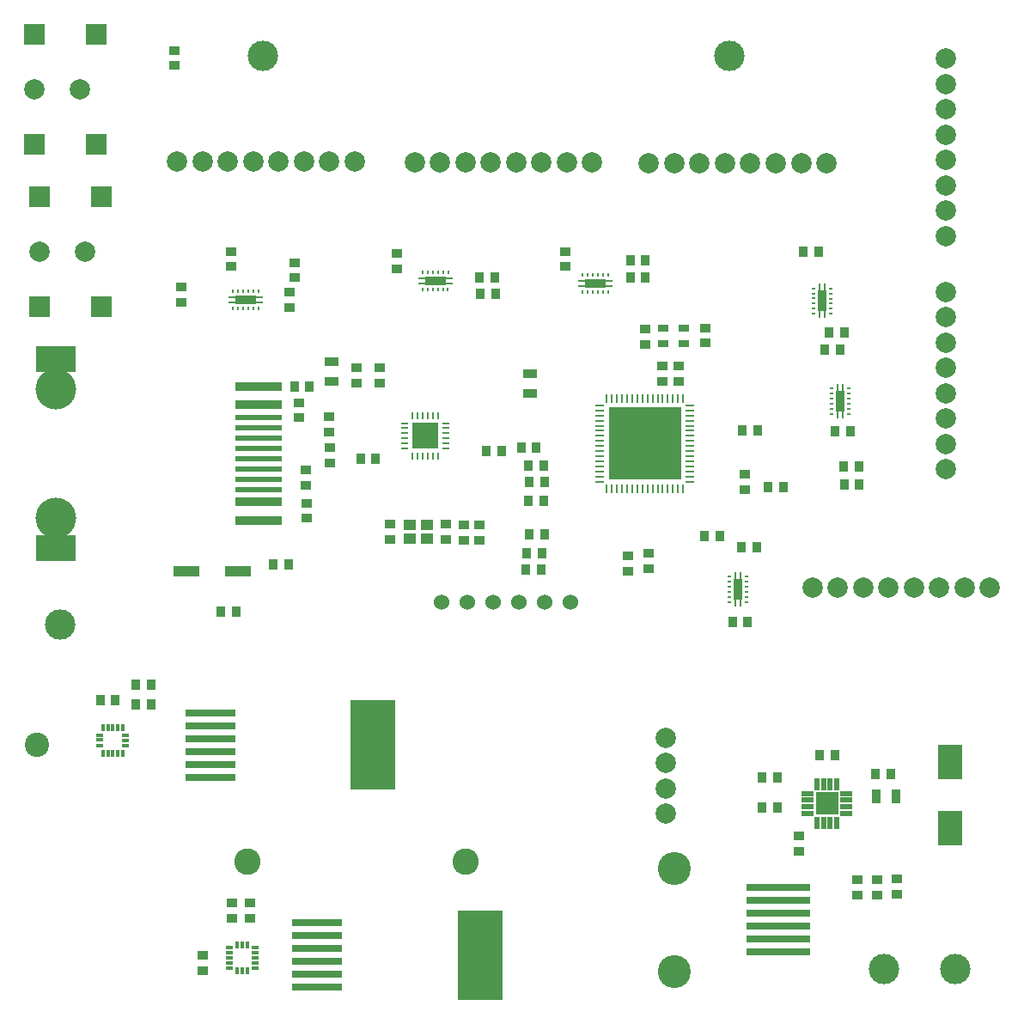
<source format=gts>
G04 (created by PCBNEW (2013-08-24 BZR 4298)-stable) date Sat 23 Aug 2014 11:13:58 AM PDT*
%MOIN*%
G04 Gerber Fmt 3.4, Leading zero omitted, Abs format*
%FSLAX34Y34*%
G01*
G70*
G90*
G04 APERTURE LIST*
%ADD10C,0.005906*%
%ADD11R,0.009843X0.033465*%
%ADD12R,0.033465X0.009843*%
%ADD13R,0.281496X0.281496*%
%ADD14C,0.078700*%
%ADD15R,0.078700X0.078700*%
%ADD16R,0.035400X0.039400*%
%ADD17R,0.039400X0.035400*%
%ADD18R,0.098400X0.098400*%
%ADD19O,0.009800X0.031500*%
%ADD20O,0.031500X0.009800*%
%ADD21R,0.039370X0.031496*%
%ADD22R,0.055000X0.035000*%
%ADD23C,0.118110*%
%ADD24C,0.078740*%
%ADD25R,0.100000X0.039000*%
%ADD26C,0.060000*%
%ADD27R,0.009843X0.011811*%
%ADD28R,0.009800X0.011811*%
%ADD29R,0.009800X0.011826*%
%ADD30C,0.011811*%
%ADD31R,0.078740X0.035433*%
%ADD32R,0.027600X0.009800*%
%ADD33R,0.011811X0.009843*%
%ADD34R,0.011811X0.009800*%
%ADD35R,0.011826X0.009800*%
%ADD36R,0.035433X0.078740*%
%ADD37R,0.009800X0.027600*%
%ADD38R,0.181102X0.031890*%
%ADD39R,0.181102X0.024016*%
%ADD40C,0.157480*%
%ADD41R,0.153543X0.098425*%
%ADD42R,0.047244X0.043307*%
%ADD43R,0.196850X0.029921*%
%ADD44R,0.177165X0.346457*%
%ADD45C,0.094488*%
%ADD46R,0.011811X0.031496*%
%ADD47R,0.031496X0.011811*%
%ADD48R,0.094500X0.137800*%
%ADD49R,0.035000X0.055000*%
%ADD50R,0.250000X0.029921*%
%ADD51C,0.127953*%
%ADD52R,0.090551X0.090551*%
%ADD53R,0.021654X0.047244*%
%ADD54R,0.047244X0.021654*%
%ADD55C,0.102362*%
G04 APERTURE END LIST*
G54D10*
G54D11*
X59807Y-37259D03*
X60003Y-37259D03*
X58625Y-37259D03*
X58822Y-37259D03*
X59216Y-37259D03*
X59019Y-37259D03*
X59610Y-37259D03*
X59413Y-37259D03*
X57838Y-37259D03*
X58035Y-37259D03*
X58429Y-37259D03*
X58232Y-37259D03*
X57444Y-37259D03*
X57641Y-37259D03*
X57248Y-37259D03*
X57051Y-37259D03*
G54D12*
X56775Y-36984D03*
X56775Y-36787D03*
X56775Y-36393D03*
X56775Y-36590D03*
X56775Y-35803D03*
X56775Y-35606D03*
X56775Y-36000D03*
X56775Y-36196D03*
X56775Y-34622D03*
X56775Y-34425D03*
X56775Y-35015D03*
X56775Y-34818D03*
X56775Y-35212D03*
X56775Y-35409D03*
X56775Y-34031D03*
X56775Y-34228D03*
G54D11*
X57051Y-33755D03*
X57248Y-33755D03*
X57641Y-33755D03*
X57444Y-33755D03*
X58232Y-33755D03*
X58429Y-33755D03*
X58035Y-33755D03*
X57838Y-33755D03*
X59413Y-33755D03*
X59610Y-33755D03*
X59019Y-33755D03*
X59216Y-33755D03*
X58822Y-33755D03*
X58625Y-33755D03*
X60003Y-33755D03*
X59807Y-33755D03*
G54D12*
X60279Y-34228D03*
X60279Y-34031D03*
X60279Y-35409D03*
X60279Y-35212D03*
X60279Y-34818D03*
X60279Y-35007D03*
X60279Y-34425D03*
X60279Y-34622D03*
X60279Y-36196D03*
X60279Y-36000D03*
X60279Y-35606D03*
X60279Y-35803D03*
X60279Y-36590D03*
X60279Y-36393D03*
X60279Y-36787D03*
X60279Y-36984D03*
G54D13*
X58527Y-35507D03*
G54D14*
X36811Y-28070D03*
G54D15*
X35039Y-25940D03*
X37441Y-25940D03*
X35039Y-30202D03*
X37441Y-30202D03*
G54D14*
X35039Y-28070D03*
G54D16*
X52973Y-35787D03*
X52381Y-35787D03*
G54D17*
X47322Y-32578D03*
X47322Y-33170D03*
X51496Y-39272D03*
X51496Y-38680D03*
G54D18*
X50003Y-35208D03*
G54D19*
X49511Y-35995D03*
X49708Y-35995D03*
X49905Y-35995D03*
X50101Y-35995D03*
X50298Y-35995D03*
X50495Y-35995D03*
G54D20*
X50790Y-35700D03*
X50790Y-35503D03*
X50790Y-35306D03*
X50790Y-35110D03*
X50790Y-34913D03*
X50790Y-34716D03*
G54D19*
X50495Y-34421D03*
X50298Y-34421D03*
X50101Y-34421D03*
X49905Y-34421D03*
X49708Y-34421D03*
X49511Y-34421D03*
G54D20*
X49216Y-34716D03*
X49216Y-34913D03*
X49216Y-35110D03*
X49216Y-35306D03*
X49216Y-35503D03*
X49216Y-35700D03*
G54D16*
X47491Y-36114D03*
X48083Y-36114D03*
G54D17*
X52086Y-39272D03*
X52086Y-38680D03*
X50787Y-39233D03*
X50787Y-38641D03*
X48622Y-39233D03*
X48622Y-38641D03*
X48228Y-32578D03*
X48228Y-33170D03*
X62401Y-36711D03*
X62401Y-37303D03*
G54D16*
X53719Y-35669D03*
X54311Y-35669D03*
X62894Y-35000D03*
X62302Y-35000D03*
G54D17*
X59842Y-32499D03*
X59842Y-33091D03*
X58533Y-31081D03*
X58533Y-31673D03*
X60866Y-31614D03*
X60866Y-31022D03*
X59212Y-32499D03*
X59212Y-33091D03*
G54D16*
X54626Y-39035D03*
X54034Y-39035D03*
X54528Y-39763D03*
X53936Y-39763D03*
X54508Y-40393D03*
X53916Y-40393D03*
X54587Y-36377D03*
X53995Y-36377D03*
X54626Y-37007D03*
X54034Y-37007D03*
X54587Y-37716D03*
X53995Y-37716D03*
G54D17*
X46283Y-35051D03*
X46283Y-34459D03*
X46291Y-35664D03*
X46291Y-36256D03*
X45385Y-37134D03*
X45385Y-36542D03*
X45405Y-37822D03*
X45405Y-38414D03*
G54D16*
X44693Y-40208D03*
X44101Y-40208D03*
G54D17*
X57874Y-39861D03*
X57874Y-40453D03*
G54D16*
X45516Y-33295D03*
X44924Y-33295D03*
G54D17*
X45106Y-34512D03*
X45106Y-33920D03*
X58681Y-39782D03*
X58681Y-40374D03*
X40551Y-30020D03*
X40551Y-29428D03*
G54D21*
X59251Y-31633D03*
X60039Y-31633D03*
X59251Y-31043D03*
X60039Y-31043D03*
G54D16*
X42677Y-42047D03*
X42085Y-42047D03*
G54D22*
X54055Y-33563D03*
X54055Y-32813D03*
G54D16*
X63306Y-37185D03*
X63898Y-37185D03*
G54D23*
X61811Y-20472D03*
X43700Y-20472D03*
X35826Y-42519D03*
G54D24*
X44311Y-24566D03*
X45295Y-24566D03*
X41358Y-24566D03*
X40374Y-24566D03*
X42342Y-24566D03*
X43326Y-24566D03*
X47263Y-24566D03*
X46279Y-24566D03*
X67972Y-41102D03*
X66988Y-41102D03*
X70925Y-41102D03*
X71909Y-41102D03*
X69940Y-41102D03*
X68956Y-41102D03*
X65019Y-41102D03*
X66003Y-41102D03*
X70196Y-33562D03*
X70196Y-34547D03*
X70196Y-30610D03*
X70196Y-29625D03*
X70196Y-31594D03*
X70196Y-32578D03*
X70196Y-36515D03*
X70196Y-35531D03*
X70196Y-24507D03*
X70196Y-25492D03*
X70196Y-21555D03*
X70196Y-20570D03*
X70196Y-22539D03*
X70196Y-23523D03*
X70196Y-27460D03*
X70196Y-26476D03*
X53523Y-24606D03*
X54507Y-24606D03*
X50570Y-24606D03*
X49586Y-24606D03*
X51555Y-24606D03*
X52539Y-24606D03*
X56476Y-24606D03*
X55492Y-24606D03*
X62618Y-24645D03*
X63602Y-24645D03*
X59665Y-24645D03*
X58681Y-24645D03*
X60649Y-24645D03*
X61633Y-24645D03*
X65570Y-24645D03*
X64586Y-24645D03*
G54D16*
X52697Y-29055D03*
X52105Y-29055D03*
X60833Y-39090D03*
X61425Y-39090D03*
X62274Y-39531D03*
X62866Y-39531D03*
X66851Y-37086D03*
X66259Y-37086D03*
X66831Y-36397D03*
X66239Y-36397D03*
X66103Y-31850D03*
X65511Y-31850D03*
X65256Y-28051D03*
X64664Y-28051D03*
X58544Y-29074D03*
X57952Y-29074D03*
X58544Y-28385D03*
X57952Y-28385D03*
X52736Y-29685D03*
X52144Y-29685D03*
X61924Y-42440D03*
X62516Y-42440D03*
X65904Y-35029D03*
X66496Y-35029D03*
X65668Y-31200D03*
X66260Y-31200D03*
G54D17*
X55433Y-28642D03*
X55433Y-28050D03*
X44921Y-28483D03*
X44921Y-29075D03*
X42480Y-28050D03*
X42480Y-28642D03*
X48897Y-28721D03*
X48897Y-28129D03*
X44744Y-30217D03*
X44744Y-29625D03*
X40275Y-20847D03*
X40275Y-20255D03*
G54D14*
X36614Y-21771D03*
G54D15*
X34842Y-19641D03*
X37244Y-19641D03*
X34842Y-23903D03*
X37244Y-23903D03*
G54D14*
X34842Y-21771D03*
G54D25*
X40732Y-40472D03*
X42732Y-40472D03*
G54D22*
X46377Y-32341D03*
X46377Y-33091D03*
G54D26*
X54641Y-41657D03*
X55641Y-41659D03*
X50649Y-41657D03*
X51649Y-41659D03*
X53645Y-41659D03*
X52645Y-41657D03*
G54D27*
X42539Y-30255D03*
G54D28*
X43326Y-30255D03*
X42736Y-30255D03*
X43130Y-30255D03*
X42932Y-30255D03*
X43523Y-30255D03*
X43525Y-29586D03*
X42935Y-29586D03*
X43131Y-29586D03*
X42738Y-29586D03*
X43328Y-29586D03*
G54D29*
X42541Y-29586D03*
G54D30*
X43031Y-29921D03*
X42755Y-29921D03*
X43307Y-29921D03*
G54D31*
X43031Y-29921D03*
G54D32*
X43562Y-30019D03*
X43562Y-29823D03*
X42500Y-30019D03*
X42500Y-29823D03*
G54D27*
X56102Y-29625D03*
G54D28*
X56889Y-29625D03*
X56299Y-29625D03*
X56693Y-29625D03*
X56495Y-29625D03*
X57086Y-29625D03*
X57088Y-28956D03*
X56498Y-28956D03*
X56694Y-28956D03*
X56301Y-28956D03*
X56891Y-28956D03*
G54D29*
X56104Y-28956D03*
G54D30*
X56594Y-29291D03*
X56318Y-29291D03*
X56870Y-29291D03*
G54D31*
X56594Y-29291D03*
G54D32*
X57125Y-29389D03*
X57125Y-29193D03*
X56063Y-29389D03*
X56063Y-29193D03*
G54D33*
X65767Y-33366D03*
G54D34*
X65767Y-34153D03*
X65767Y-33563D03*
X65767Y-33957D03*
X65767Y-33759D03*
X65767Y-34350D03*
X66437Y-34352D03*
X66437Y-33762D03*
X66437Y-33958D03*
X66437Y-33565D03*
X66437Y-34155D03*
G54D35*
X66437Y-33368D03*
G54D30*
X66102Y-33858D03*
X66102Y-33582D03*
X66102Y-34133D03*
G54D36*
X66102Y-33858D03*
G54D37*
X66004Y-34389D03*
X66200Y-34389D03*
X66004Y-33327D03*
X66200Y-33327D03*
G54D33*
X65078Y-29488D03*
G54D34*
X65078Y-30275D03*
X65078Y-29685D03*
X65078Y-30079D03*
X65078Y-29881D03*
X65078Y-30472D03*
X65748Y-30474D03*
X65748Y-29884D03*
X65748Y-30080D03*
X65748Y-29687D03*
X65748Y-30277D03*
G54D35*
X65748Y-29490D03*
G54D30*
X65413Y-29980D03*
X65413Y-29704D03*
X65413Y-30255D03*
G54D36*
X65413Y-29980D03*
G54D37*
X65315Y-30511D03*
X65511Y-30511D03*
X65315Y-29449D03*
X65511Y-29449D03*
G54D33*
X61795Y-40677D03*
G54D34*
X61795Y-41464D03*
X61795Y-40874D03*
X61795Y-41268D03*
X61795Y-41070D03*
X61795Y-41661D03*
X62464Y-41663D03*
X62464Y-41073D03*
X62464Y-41269D03*
X62464Y-40876D03*
X62464Y-41466D03*
G54D35*
X62464Y-40679D03*
G54D30*
X62129Y-41169D03*
X62129Y-40893D03*
X62129Y-41444D03*
G54D36*
X62129Y-41169D03*
G54D37*
X62031Y-41700D03*
X62227Y-41700D03*
X62031Y-40638D03*
X62227Y-40638D03*
G54D27*
X49901Y-29547D03*
G54D28*
X50688Y-29547D03*
X50098Y-29547D03*
X50492Y-29547D03*
X50294Y-29547D03*
X50885Y-29547D03*
X50887Y-28877D03*
X50297Y-28877D03*
X50493Y-28877D03*
X50100Y-28877D03*
X50690Y-28877D03*
G54D29*
X49903Y-28877D03*
G54D30*
X50393Y-29212D03*
X50118Y-29212D03*
X50669Y-29212D03*
G54D31*
X50393Y-29212D03*
G54D32*
X50924Y-29310D03*
X50924Y-29114D03*
X49862Y-29310D03*
X49862Y-29114D03*
G54D38*
X43523Y-33291D03*
X43523Y-34015D03*
G54D39*
X43523Y-34488D03*
X43523Y-34889D03*
X43523Y-35692D03*
X43523Y-37291D03*
X43523Y-36488D03*
G54D38*
X43523Y-38488D03*
X43523Y-37763D03*
G54D39*
X43523Y-36090D03*
X43523Y-36889D03*
G54D40*
X35681Y-38389D03*
X35681Y-33389D03*
G54D39*
X43523Y-35291D03*
G54D41*
X35681Y-32228D03*
X35681Y-39551D03*
G54D42*
X50059Y-38661D03*
X49389Y-38661D03*
X50059Y-39212D03*
X49389Y-39212D03*
G54D16*
X38768Y-44852D03*
X39360Y-44852D03*
X38768Y-45639D03*
X39360Y-45639D03*
X37391Y-45482D03*
X37983Y-45482D03*
G54D43*
X41663Y-45964D03*
X41663Y-46964D03*
X41663Y-47964D03*
X41663Y-47464D03*
X41663Y-48464D03*
X41663Y-46464D03*
G54D44*
X47982Y-47214D03*
G54D45*
X34931Y-47214D03*
G54D46*
X38080Y-46525D03*
X38277Y-46525D03*
X38277Y-47529D03*
X37885Y-46525D03*
X37687Y-46525D03*
X37490Y-46525D03*
G54D47*
X37381Y-46830D03*
X37381Y-47013D03*
X37381Y-47224D03*
G54D46*
X37490Y-47529D03*
X37687Y-47529D03*
X37885Y-47529D03*
X38080Y-47529D03*
G54D47*
X38385Y-47224D03*
X38385Y-47021D03*
X38385Y-46830D03*
G54D23*
X70561Y-55915D03*
X67805Y-55915D03*
G54D48*
X70364Y-50423D03*
X70364Y-47863D03*
G54D49*
X67508Y-49183D03*
X68258Y-49183D03*
G54D50*
X63710Y-52746D03*
X63710Y-53746D03*
X63710Y-54746D03*
X63710Y-54246D03*
X63710Y-55246D03*
G54D51*
X59685Y-55996D03*
X59685Y-51996D03*
G54D50*
X63710Y-53246D03*
G54D52*
X65590Y-49468D03*
G54D53*
X65206Y-50216D03*
X65462Y-50216D03*
X65718Y-50216D03*
X65974Y-50216D03*
G54D54*
X66338Y-49852D03*
X66338Y-49596D03*
X66338Y-49340D03*
X66338Y-49084D03*
G54D53*
X65974Y-48720D03*
X65718Y-48720D03*
X65462Y-48720D03*
X65206Y-48720D03*
G54D54*
X64842Y-49084D03*
X64842Y-49340D03*
X64842Y-49596D03*
X64842Y-49852D03*
G54D16*
X68061Y-48316D03*
X67469Y-48316D03*
X63662Y-48474D03*
X63070Y-48474D03*
X63671Y-49616D03*
X63079Y-49616D03*
G54D17*
X67549Y-52430D03*
X67549Y-53022D03*
G54D16*
X65906Y-47588D03*
X65314Y-47588D03*
G54D17*
X68297Y-52410D03*
X68297Y-53002D03*
X66781Y-53022D03*
X66781Y-52430D03*
X64507Y-50747D03*
X64507Y-51339D03*
G54D24*
X59340Y-47903D03*
X59340Y-46919D03*
X59340Y-49872D03*
X59340Y-48887D03*
G54D47*
X42401Y-55275D03*
X42401Y-55078D03*
X43405Y-55078D03*
X42401Y-55470D03*
X42401Y-55669D03*
X42401Y-55866D03*
G54D46*
X42706Y-55974D03*
X42889Y-55974D03*
X43100Y-55974D03*
G54D47*
X43405Y-55866D03*
X43405Y-55669D03*
X43405Y-55470D03*
X43405Y-55275D03*
G54D46*
X43100Y-54970D03*
X42897Y-54970D03*
X42706Y-54970D03*
G54D55*
X51555Y-51732D03*
X43090Y-51732D03*
G54D43*
X45807Y-54104D03*
X45807Y-55104D03*
X45807Y-56104D03*
X45807Y-55604D03*
X45807Y-56604D03*
X45807Y-54604D03*
G54D44*
X52125Y-55354D03*
G54D17*
X41358Y-55965D03*
X41358Y-55373D03*
X43208Y-53918D03*
X43208Y-53326D03*
X42500Y-53918D03*
X42500Y-53326D03*
M02*

</source>
